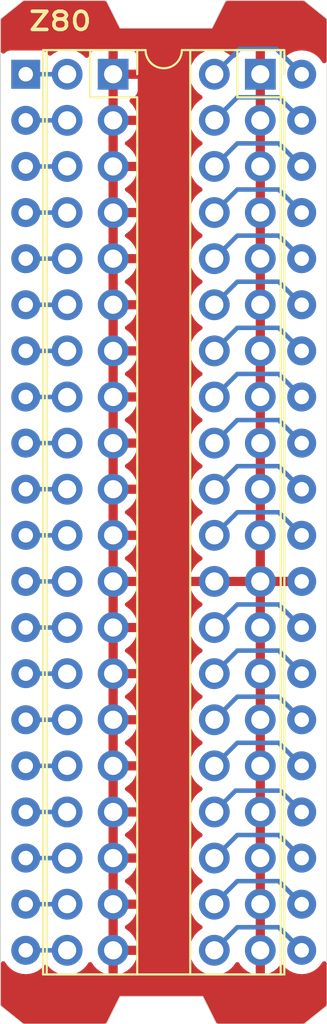
<source format=kicad_pcb>
(kicad_pcb (version 20221018) (generator pcbnew)
  (layers (0 "F.Cu" signal) (31 "B.Cu" signal) (34 "B.Paste" user) (35 "F.Paste" user) (36 "B.SilkS" user "B.Silkscreen") (37 "F.SilkS" user "F.Silkscreen") (38 "B.Mask" user) (39 "F.Mask" user) (44 "Edge.Cuts" user))
  (net 0 "")
  (net 1 "Net-(J1-Pin_2)")
  (net 2 "Net-(J1-Pin_4)")
  (net 3 "Net-(J1-Pin_6)")
  (net 4 "Net-(J1-Pin_8)")
  (net 5 "Net-(J1-Pin_10)")
  (net 6 "Net-(J1-Pin_12)")
  (net 7 "Net-(J1-Pin_14)")
  (net 8 "Net-(J1-Pin_16)")
  (net 9 "Net-(J1-Pin_18)")
  (net 10 "GND")
  (net 11 "Net-(J1-Pin_20)")
  (net 12 "Net-(J1-Pin_22)")
  (net 13 "Net-(J1-Pin_24)")
  (net 14 "Net-(J1-Pin_26)")
  (net 15 "Net-(J1-Pin_28)")
  (net 16 "Net-(J1-Pin_30)")
  (net 17 "Net-(J1-Pin_32)")
  (net 18 "Net-(J1-Pin_34)")
  (net 19 "Net-(J1-Pin_36)")
  (net 20 "Net-(J1-Pin_38)")
  (net 21 "Net-(J1-Pin_40)")
  (net 22 "Net-(J2-Pin_40)")
  (net 23 "Net-(J2-Pin_39)")
  (net 24 "Net-(J2-Pin_38)")
  (net 25 "Net-(J2-Pin_37)")
  (net 26 "Net-(J2-Pin_36)")
  (net 27 "Net-(J2-Pin_35)")
  (net 28 "Net-(J2-Pin_34)")
  (net 29 "Net-(J2-Pin_33)")
  (net 30 "Net-(J2-Pin_32)")
  (net 31 "Net-(J2-Pin_31)")
  (net 32 "Net-(J2-Pin_30)")
  (net 33 "Net-(J2-Pin_28)")
  (net 34 "Net-(J2-Pin_27)")
  (net 35 "Net-(J2-Pin_26)")
  (net 36 "Net-(J2-Pin_25)")
  (net 37 "Net-(J2-Pin_24)")
  (net 38 "Net-(J2-Pin_23)")
  (net 39 "Net-(J2-Pin_22)")
  (net 40 "Net-(J2-Pin_21)")
  (footprint "Connector_PinSocket_2.54mm:PinSocket_2x20_P2.54mm_Vertical" (layer "F.Cu") (at 126.873 57.912)
    (fp_text reference "J1" hide)
    (fp_text value "40PIN1" hide)
    (fp_line (start -3.87 -1.33) (end -3.87 49.59) (stroke (width 0.12)) (layer "F.SilkS"))
    (fp_line (start -3.87 -1.33) (end -1.27 -1.33) (stroke (width 0.12)) (layer "F.SilkS"))
    (fp_line (start -3.87 49.59) (end 1.33 49.59) (stroke (width 0.12)) (layer "F.SilkS"))
    (fp_line (start -1.27 -1.33) (end -1.27 1.27) (stroke (width 0.12)) (layer "F.SilkS"))
    (fp_line (start -1.27 1.27) (end 1.33 1.27) (stroke (width 0.12)) (layer "F.SilkS"))
    (fp_line (start 0 -1.33) (end 1.33 -1.33) (stroke (width 0.12)) (layer "F.SilkS"))
    (fp_line (start 1.33 -1.33) (end 1.33 0) (stroke (width 0.12)) (layer "F.SilkS"))
    (fp_line (start 1.33 1.27) (end 1.33 49.59) (stroke (width 0.12)) (layer "F.SilkS"))
    (pad "1" thru_hole rect (at 0 0) (size 1.7 1.7) (drill 1) (layers "*.Cu" "*.Mask") (net 10 "GND"))
    (pad "2" thru_hole oval (at -2.54 0) (size 1.7 1.7) (drill 1) (layers "*.Cu" "*.Mask") (net 1 "Net-(J1-Pin_2)"))
    (pad "3" thru_hole oval (at 0 2.54) (size 1.7 1.7) (drill 1) (layers "*.Cu" "*.Mask") (net 10 "GND"))
    (pad "4" thru_hole oval (at -2.54 2.54) (size 1.7 1.7) (drill 1) (layers "*.Cu" "*.Mask") (net 2 "Net-(J1-Pin_4)"))
    (pad "5" thru_hole oval (at 0 5.08) (size 1.7 1.7) (drill 1) (layers "*.Cu" "*.Mask") (net 10 "GND"))
    (pad "6" thru_hole oval (at -2.54 5.08) (size 1.7 1.7) (drill 1) (layers "*.Cu" "*.Mask") (net 3 "Net-(J1-Pin_6)"))
    (pad "7" thru_hole oval (at 0 7.62) (size 1.7 1.7) (drill 1) (layers "*.Cu" "*.Mask") (net 10 "GND"))
    (pad "8" thru_hole oval (at -2.54 7.62) (size 1.7 1.7) (drill 1) (layers "*.Cu" "*.Mask") (net 4 "Net-(J1-Pin_8)"))
    (pad "9" thru_hole oval (at 0 10.16) (size 1.7 1.7) (drill 1) (layers "*.Cu" "*.Mask") (net 10 "GND"))
    (pad "10" thru_hole oval (at -2.54 10.16) (size 1.7 1.7) (drill 1) (layers "*.Cu" "*.Mask") (net 5 "Net-(J1-Pin_10)"))
    (pad "11" thru_hole oval (at 0 12.7) (size 1.7 1.7) (drill 1) (layers "*.Cu" "*.Mask") (net 10 "GND"))
    (pad "12" thru_hole oval (at -2.54 12.7) (size 1.7 1.7) (drill 1) (layers "*.Cu" "*.Mask") (net 6 "Net-(J1-Pin_12)"))
    (pad "13" thru_hole oval (at 0 15.24) (size 1.7 1.7) (drill 1) (layers "*.Cu" "*.Mask") (net 10 "GND"))
    (pad "14" thru_hole oval (at -2.54 15.24) (size 1.7 1.7) (drill 1) (layers "*.Cu" "*.Mask") (net 7 "Net-(J1-Pin_14)"))
    (pad "15" thru_hole oval (at 0 17.78) (size 1.7 1.7) (drill 1) (layers "*.Cu" "*.Mask") (net 10 "GND"))
    (pad "16" thru_hole oval (at -2.54 17.78) (size 1.7 1.7) (drill 1) (layers "*.Cu" "*.Mask") (net 8 "Net-(J1-Pin_16)"))
    (pad "17" thru_hole oval (at 0 20.32) (size 1.7 1.7) (drill 1) (layers "*.Cu" "*.Mask") (net 10 "GND"))
    (pad "18" thru_hole oval (at -2.54 20.32) (size 1.7 1.7) (drill 1) (layers "*.Cu" "*.Mask") (net 9 "Net-(J1-Pin_18)"))
    (pad "19" thru_hole oval (at 0 22.86) (size 1.7 1.7) (drill 1) (layers "*.Cu" "*.Mask") (net 10 "GND"))
    (pad "20" thru_hole oval (at -2.54 22.86) (size 1.7 1.7) (drill 1) (layers "*.Cu" "*.Mask") (net 11 "Net-(J1-Pin_20)"))
    (pad "21" thru_hole oval (at 0 25.4) (size 1.7 1.7) (drill 1) (layers "*.Cu" "*.Mask") (net 10 "GND"))
    (pad "22" thru_hole oval (at -2.54 25.4) (size 1.7 1.7) (drill 1) (layers "*.Cu" "*.Mask") (net 12 "Net-(J1-Pin_22)"))
    (pad "23" thru_hole oval (at 0 27.94) (size 1.7 1.7) (drill 1) (layers "*.Cu" "*.Mask") (net 10 "GND"))
    (pad "24" thru_hole oval (at -2.54 27.94) (size 1.7 1.7) (drill 1) (layers "*.Cu" "*.Mask") (net 13 "Net-(J1-Pin_24)"))
    (pad "25" thru_hole oval (at 0 30.48) (size 1.7 1.7) (drill 1) (layers "*.Cu" "*.Mask") (net 10 "GND"))
    (pad "26" thru_hole oval (at -2.54 30.48) (size 1.7 1.7) (drill 1) (layers "*.Cu" "*.Mask") (net 14 "Net-(J1-Pin_26)"))
    (pad "27" thru_hole oval (at 0 33.02) (size 1.7 1.7) (drill 1) (layers "*.Cu" "*.Mask") (net 10 "GND"))
    (pad "28" thru_hole oval (at -2.54 33.02) (size 1.7 1.7) (drill 1) (layers "*.Cu" "*.Mask") (net 15 "Net-(J1-Pin_28)"))
    (pad "29" thru_hole oval (at 0 35.56) (size 1.7 1.7) (drill 1) (layers "*.Cu" "*.Mask") (net 10 "GND"))
    (pad "30" thru_hole oval (at -2.54 35.56) (size 1.7 1.7) (drill 1) (layers "*.Cu" "*.Mask") (net 16 "Net-(J1-Pin_30)"))
    (pad "31" thru_hole oval (at 0 38.1) (size 1.7 1.7) (drill 1) (layers "*.Cu" "*.Mask") (net 10 "GND"))
    (pad "32" thru_hole oval (at -2.54 38.1) (size 1.7 1.7) (drill 1) (layers "*.Cu" "*.Mask") (net 17 "Net-(J1-Pin_32)"))
    (pad "33" thru_hole oval (at 0 40.64) (size 1.7 1.7) (drill 1) (layers "*.Cu" "*.Mask") (net 10 "GND"))
    (pad "34" thru_hole oval (at -2.54 40.64) (size 1.7 1.7) (drill 1) (layers "*.Cu" "*.Mask") (net 18 "Net-(J1-Pin_34)"))
    (pad "35" thru_hole oval (at 0 43.18) (size 1.7 1.7) (drill 1) (layers "*.Cu" "*.Mask") (net 10 "GND"))
    (pad "36" thru_hole oval (at -2.54 43.18) (size 1.7 1.7) (drill 1) (layers "*.Cu" "*.Mask") (net 19 "Net-(J1-Pin_36)"))
    (pad "37" thru_hole oval (at 0 45.72) (size 1.7 1.7) (drill 1) (layers "*.Cu" "*.Mask") (net 10 "GND"))
    (pad "38" thru_hole oval (at -2.54 45.72) (size 1.7 1.7) (drill 1) (layers "*.Cu" "*.Mask") (net 20 "Net-(J1-Pin_38)"))
    (pad "39" thru_hole oval (at 0 48.26) (size 1.7 1.7) (drill 1) (layers "*.Cu" "*.Mask") (net 10 "GND"))
    (pad "40" thru_hole oval (at -2.54 48.26) (size 1.7 1.7) (drill 1) (layers "*.Cu" "*.Mask") (net 21 "Net-(J1-Pin_40)"))
  )
  (footprint "Connector_PinSocket_2.54mm:PinSocket_2x20_P2.54mm_Vertical" (layer "F.Cu") (at 135.001 57.912)
    (fp_text reference "J3" hide)
    (fp_text value "40PIN2" hide)
    (fp_line (start -3.87 -1.33) (end -3.87 49.59) (stroke (width 0.12)) (layer "F.SilkS"))
    (fp_line (start -3.87 -1.33) (end -1.27 -1.33) (stroke (width 0.12)) (layer "F.SilkS"))
    (fp_line (start -3.87 49.59) (end 1.33 49.59) (stroke (width 0.12)) (layer "F.SilkS"))
    (fp_line (start -1.27 -1.33) (end -1.27 1.27) (stroke (width 0.12)) (layer "F.SilkS"))
    (fp_line (start -1.27 1.27) (end 1.33 1.27) (stroke (width 0.12)) (layer "F.SilkS"))
    (fp_line (start 0 -1.33) (end 1.33 -1.33) (stroke (width 0.12)) (layer "F.SilkS"))
    (fp_line (start 1.33 -1.33) (end 1.33 0) (stroke (width 0.12)) (layer "F.SilkS"))
    (fp_line (start 1.33 1.27) (end 1.33 49.59) (stroke (width 0.12)) (layer "F.SilkS"))
    (pad "1" thru_hole rect (at 0 0) (size 1.7 1.7) (drill 1) (layers "*.Cu" "*.Mask") (net 10 "GND"))
    (pad "2" thru_hole oval (at -2.54 0) (size 1.7 1.7) (drill 1) (layers "*.Cu" "*.Mask") (net 22 "Net-(J2-Pin_40)"))
    (pad "3" thru_hole oval (at 0 2.54) (size 1.7 1.7) (drill 1) (layers "*.Cu" "*.Mask") (net 10 "GND"))
    (pad "4" thru_hole oval (at -2.54 2.54) (size 1.7 1.7) (drill 1) (layers "*.Cu" "*.Mask") (net 23 "Net-(J2-Pin_39)"))
    (pad "5" thru_hole oval (at 0 5.08) (size 1.7 1.7) (drill 1) (layers "*.Cu" "*.Mask") (net 10 "GND"))
    (pad "6" thru_hole oval (at -2.54 5.08) (size 1.7 1.7) (drill 1) (layers "*.Cu" "*.Mask") (net 24 "Net-(J2-Pin_38)"))
    (pad "7" thru_hole oval (at 0 7.62) (size 1.7 1.7) (drill 1) (layers "*.Cu" "*.Mask") (net 10 "GND"))
    (pad "8" thru_hole oval (at -2.54 7.62) (size 1.7 1.7) (drill 1) (layers "*.Cu" "*.Mask") (net 25 "Net-(J2-Pin_37)"))
    (pad "9" thru_hole oval (at 0 10.16) (size 1.7 1.7) (drill 1) (layers "*.Cu" "*.Mask") (net 10 "GND"))
    (pad "10" thru_hole oval (at -2.54 10.16) (size 1.7 1.7) (drill 1) (layers "*.Cu" "*.Mask") (net 26 "Net-(J2-Pin_36)"))
    (pad "11" thru_hole oval (at 0 12.7) (size 1.7 1.7) (drill 1) (layers "*.Cu" "*.Mask") (net 10 "GND"))
    (pad "12" thru_hole oval (at -2.54 12.7) (size 1.7 1.7) (drill 1) (layers "*.Cu" "*.Mask") (net 27 "Net-(J2-Pin_35)"))
    (pad "13" thru_hole oval (at 0 15.24) (size 1.7 1.7) (drill 1) (layers "*.Cu" "*.Mask") (net 10 "GND"))
    (pad "14" thru_hole oval (at -2.54 15.24) (size 1.7 1.7) (drill 1) (layers "*.Cu" "*.Mask") (net 28 "Net-(J2-Pin_34)"))
    (pad "15" thru_hole oval (at 0 17.78) (size 1.7 1.7) (drill 1) (layers "*.Cu" "*.Mask") (net 10 "GND"))
    (pad "16" thru_hole oval (at -2.54 17.78) (size 1.7 1.7) (drill 1) (layers "*.Cu" "*.Mask") (net 29 "Net-(J2-Pin_33)"))
    (pad "17" thru_hole oval (at 0 20.32) (size 1.7 1.7) (drill 1) (layers "*.Cu" "*.Mask") (net 10 "GND"))
    (pad "18" thru_hole oval (at -2.54 20.32) (size 1.7 1.7) (drill 1) (layers "*.Cu" "*.Mask") (net 30 "Net-(J2-Pin_32)"))
    (pad "19" thru_hole oval (at 0 22.86) (size 1.7 1.7) (drill 1) (layers "*.Cu" "*.Mask") (net 10 "GND"))
    (pad "20" thru_hole oval (at -2.54 22.86) (size 1.7 1.7) (drill 1) (layers "*.Cu" "*.Mask") (net 31 "Net-(J2-Pin_31)"))
    (pad "21" thru_hole oval (at 0 25.4) (size 1.7 1.7) (drill 1) (layers "*.Cu" "*.Mask") (net 10 "GND"))
    (pad "22" thru_hole oval (at -2.54 25.4) (size 1.7 1.7) (drill 1) (layers "*.Cu" "*.Mask") (net 32 "Net-(J2-Pin_30)"))
    (pad "23" thru_hole oval (at 0 27.94) (size 1.7 1.7) (drill 1) (layers "*.Cu" "*.Mask") (net 10 "GND"))
    (pad "24" thru_hole oval (at -2.54 27.94) (size 1.7 1.7) (drill 1) (layers "*.Cu" "*.Mask") (net 10 "GND"))
    (pad "25" thru_hole oval (at 0 30.48) (size 1.7 1.7) (drill 1) (layers "*.Cu" "*.Mask") (net 10 "GND"))
    (pad "26" thru_hole oval (at -2.54 30.48) (size 1.7 1.7) (drill 1) (layers "*.Cu" "*.Mask") (net 33 "Net-(J2-Pin_28)"))
    (pad "27" thru_hole oval (at 0 33.02) (size 1.7 1.7) (drill 1) (layers "*.Cu" "*.Mask") (net 10 "GND"))
    (pad "28" thru_hole oval (at -2.54 33.02) (size 1.7 1.7) (drill 1) (layers "*.Cu" "*.Mask") (net 34 "Net-(J2-Pin_27)"))
    (pad "29" thru_hole oval (at 0 35.56) (size 1.7 1.7) (drill 1) (layers "*.Cu" "*.Mask") (net 10 "GND"))
    (pad "30" thru_hole oval (at -2.54 35.56) (size 1.7 1.7) (drill 1) (layers "*.Cu" "*.Mask") (net 35 "Net-(J2-Pin_26)"))
    (pad "31" thru_hole oval (at 0 38.1) (size 1.7 1.7) (drill 1) (layers "*.Cu" "*.Mask") (net 10 "GND"))
    (pad "32" thru_hole oval (at -2.54 38.1) (size 1.7 1.7) (drill 1) (layers "*.Cu" "*.Mask") (net 36 "Net-(J2-Pin_25)"))
    (pad "33" thru_hole oval (at 0 40.64) (size 1.7 1.7) (drill 1) (layers "*.Cu" "*.Mask") (net 10 "GND"))
    (pad "34" thru_hole oval (at -2.54 40.64) (size 1.7 1.7) (drill 1) (layers "*.Cu" "*.Mask") (net 37 "Net-(J2-Pin_24)"))
    (pad "35" thru_hole oval (at 0 43.18) (size 1.7 1.7) (drill 1) (layers "*.Cu" "*.Mask") (net 10 "GND"))
    (pad "36" thru_hole oval (at -2.54 43.18) (size 1.7 1.7) (drill 1) (layers "*.Cu" "*.Mask") (net 38 "Net-(J2-Pin_23)"))
    (pad "37" thru_hole oval (at 0 45.72) (size 1.7 1.7) (drill 1) (layers "*.Cu" "*.Mask") (net 10 "GND"))
    (pad "38" thru_hole oval (at -2.54 45.72) (size 1.7 1.7) (drill 1) (layers "*.Cu" "*.Mask") (net 39 "Net-(J2-Pin_22)"))
    (pad "39" thru_hole oval (at 0 48.26) (size 1.7 1.7) (drill 1) (layers "*.Cu" "*.Mask") (net 10 "GND"))
    (pad "40" thru_hole oval (at -2.54 48.26) (size 1.7 1.7) (drill 1) (layers "*.Cu" "*.Mask") (net 40 "Net-(J2-Pin_21)"))
  )
  (footprint "Package_DIP:DIP-40_W15.24mm" (layer "F.Cu") (at 122.047 57.912)
    (fp_text reference "J2" hide)
    (fp_text value "UUT Connector" hide)
    (fp_line (start 1.16 -1.33) (end 1.16 49.59) (stroke (width 0.12)) (layer "F.SilkS"))
    (fp_line (start 1.16 49.59) (end 14.08 49.59) (stroke (width 0.12)) (layer "F.SilkS"))
    (fp_line (start 6.62 -1.33) (end 1.16 -1.33) (stroke (width 0.12)) (layer "F.SilkS"))
    (fp_line (start 14.08 -1.33) (end 8.62 -1.33) (stroke (width 0.12)) (layer "F.SilkS"))
    (fp_line (start 14.08 49.59) (end 14.08 -1.33) (stroke (width 0.12)) (layer "F.SilkS"))
    (fp_arc (start 8.62 -1.33) (mid 7.62 -0.33) (end 6.62 -1.33) (stroke (width 0.12)) (layer "F.SilkS"))
    (pad "1" thru_hole rect (at 0 0) (size 1.6 1.6) (drill 0.8) (layers "*.Cu" "*.Mask") (net 1 "Net-(J1-Pin_2)"))
    (pad "2" thru_hole oval (at 0 2.54) (size 1.6 1.6) (drill 0.8) (layers "*.Cu" "*.Mask") (net 2 "Net-(J1-Pin_4)"))
    (pad "3" thru_hole oval (at 0 5.08) (size 1.6 1.6) (drill 0.8) (layers "*.Cu" "*.Mask") (net 3 "Net-(J1-Pin_6)"))
    (pad "4" thru_hole oval (at 0 7.62) (size 1.6 1.6) (drill 0.8) (layers "*.Cu" "*.Mask") (net 4 "Net-(J1-Pin_8)"))
    (pad "5" thru_hole oval (at 0 10.16) (size 1.6 1.6) (drill 0.8) (layers "*.Cu" "*.Mask") (net 5 "Net-(J1-Pin_10)"))
    (pad "6" thru_hole oval (at 0 12.7) (size 1.6 1.6) (drill 0.8) (layers "*.Cu" "*.Mask") (net 6 "Net-(J1-Pin_12)"))
    (pad "7" thru_hole oval (at 0 15.24) (size 1.6 1.6) (drill 0.8) (layers "*.Cu" "*.Mask") (net 7 "Net-(J1-Pin_14)"))
    (pad "8" thru_hole oval (at 0 17.78) (size 1.6 1.6) (drill 0.8) (layers "*.Cu" "*.Mask") (net 8 "Net-(J1-Pin_16)"))
    (pad "9" thru_hole oval (at 0 20.32) (size 1.6 1.6) (drill 0.8) (layers "*.Cu" "*.Mask") (net 9 "Net-(J1-Pin_18)"))
    (pad "10" thru_hole oval (at 0 22.86) (size 1.6 1.6) (drill 0.8) (layers "*.Cu" "*.Mask") (net 11 "Net-(J1-Pin_20)"))
    (pad "11" thru_hole oval (at 0 25.4) (size 1.6 1.6) (drill 0.8) (layers "*.Cu" "*.Mask") (net 12 "Net-(J1-Pin_22)"))
    (pad "12" thru_hole oval (at 0 27.94) (size 1.6 1.6) (drill 0.8) (layers "*.Cu" "*.Mask") (net 13 "Net-(J1-Pin_24)"))
    (pad "13" thru_hole oval (at 0 30.48) (size 1.6 1.6) (drill 0.8) (layers "*.Cu" "*.Mask") (net 14 "Net-(J1-Pin_26)"))
    (pad "14" thru_hole oval (at 0 33.02) (size 1.6 1.6) (drill 0.8) (layers "*.Cu" "*.Mask") (net 15 "Net-(J1-Pin_28)"))
    (pad "15" thru_hole oval (at 0 35.56) (size 1.6 1.6) (drill 0.8) (layers "*.Cu" "*.Mask") (net 16 "Net-(J1-Pin_30)"))
    (pad "16" thru_hole oval (at 0 38.1) (size 1.6 1.6) (drill 0.8) (layers "*.Cu" "*.Mask") (net 17 "Net-(J1-Pin_32)"))
    (pad "17" thru_hole oval (at 0 40.64) (size 1.6 1.6) (drill 0.8) (layers "*.Cu" "*.Mask") (net 18 "Net-(J1-Pin_34)"))
    (pad "18" thru_hole oval (at 0 43.18) (size 1.6 1.6) (drill 0.8) (layers "*.Cu" "*.Mask") (net 19 "Net-(J1-Pin_36)"))
    (pad "19" thru_hole oval (at 0 45.72) (size 1.6 1.6) (drill 0.8) (layers "*.Cu" "*.Mask") (net 20 "Net-(J1-Pin_38)"))
    (pad "20" thru_hole oval (at 0 48.26) (size 1.6 1.6) (drill 0.8) (layers "*.Cu" "*.Mask") (net 21 "Net-(J1-Pin_40)"))
    (pad "21" thru_hole oval (at 15.24 48.26) (size 1.6 1.6) (drill 0.8) (layers "*.Cu" "*.Mask") (net 40 "Net-(J2-Pin_21)"))
    (pad "22" thru_hole oval (at 15.24 45.72) (size 1.6 1.6) (drill 0.8) (layers "*.Cu" "*.Mask") (net 39 "Net-(J2-Pin_22)"))
    (pad "23" thru_hole oval (at 15.24 43.18) (size 1.6 1.6) (drill 0.8) (layers "*.Cu" "*.Mask") (net 38 "Net-(J2-Pin_23)"))
    (pad "24" thru_hole oval (at 15.24 40.64) (size 1.6 1.6) (drill 0.8) (layers "*.Cu" "*.Mask") (net 37 "Net-(J2-Pin_24)"))
    (pad "25" thru_hole oval (at 15.24 38.1) (size 1.6 1.6) (drill 0.8) (layers "*.Cu" "*.Mask") (net 36 "Net-(J2-Pin_25)"))
    (pad "26" thru_hole oval (at 15.24 35.56) (size 1.6 1.6) (drill 0.8) (layers "*.Cu" "*.Mask") (net 35 "Net-(J2-Pin_26)"))
    (pad "27" thru_hole oval (at 15.24 33.02) (size 1.6 1.6) (drill 0.8) (layers "*.Cu" "*.Mask") (net 34 "Net-(J2-Pin_27)"))
    (pad "28" thru_hole oval (at 15.24 30.48) (size 1.6 1.6) (drill 0.8) (layers "*.Cu" "*.Mask") (net 33 "Net-(J2-Pin_28)"))
    (pad "29" thru_hole oval (at 15.24 27.94) (size 1.6 1.6) (drill 0.8) (layers "*.Cu" "*.Mask") (net 10 "GND"))
    (pad "30" thru_hole oval (at 15.24 25.4) (size 1.6 1.6) (drill 0.8) (layers "*.Cu" "*.Mask") (net 32 "Net-(J2-Pin_30)"))
    (pad "31" thru_hole oval (at 15.24 22.86) (size 1.6 1.6) (drill 0.8) (layers "*.Cu" "*.Mask") (net 31 "Net-(J2-Pin_31)"))
    (pad "32" thru_hole oval (at 15.24 20.32) (size 1.6 1.6) (drill 0.8) (layers "*.Cu" "*.Mask") (net 30 "Net-(J2-Pin_32)"))
    (pad "33" thru_hole oval (at 15.24 17.78) (size 1.6 1.6) (drill 0.8) (layers "*.Cu" "*.Mask") (net 29 "Net-(J2-Pin_33)"))
    (pad "34" thru_hole oval (at 15.24 15.24) (size 1.6 1.6) (drill 0.8) (layers "*.Cu" "*.Mask") (net 28 "Net-(J2-Pin_34)"))
    (pad "35" thru_hole oval (at 15.24 12.7) (size 1.6 1.6) (drill 0.8) (layers "*.Cu" "*.Mask") (net 27 "Net-(J2-Pin_35)"))
    (pad "36" thru_hole oval (at 15.24 10.16) (size 1.6 1.6) (drill 0.8) (layers "*.Cu" "*.Mask") (net 26 "Net-(J2-Pin_36)"))
    (pad "37" thru_hole oval (at 15.24 7.62) (size 1.6 1.6) (drill 0.8) (layers "*.Cu" "*.Mask") (net 25 "Net-(J2-Pin_37)"))
    (pad "38" thru_hole oval (at 15.24 5.08) (size 1.6 1.6) (drill 0.8) (layers "*.Cu" "*.Mask") (net 24 "Net-(J2-Pin_38)"))
    (pad "39" thru_hole oval (at 15.24 2.54) (size 1.6 1.6) (drill 0.8) (layers "*.Cu" "*.Mask") (net 23 "Net-(J2-Pin_39)"))
    (pad "40" thru_hole oval (at 15.24 0) (size 1.6 1.6) (drill 0.8) (layers "*.Cu" "*.Mask") (net 22 "Net-(J2-Pin_40)"))
  )
  (gr_line (start 126.492 53.848) (end 127.254 55.372) (stroke (width 0.05)) (layer "Edge.Cuts"))
  (gr_line (start 120.65 54.864) (end 121.92 53.848) (stroke (width 0.05)) (layer "Edge.Cuts"))
  (gr_line (start 137.414 53.848) (end 138.684 54.864) (stroke (width 0.05)) (layer "Edge.Cuts"))
  (gr_line (start 132.334 55.372) (end 133.096 53.848) (stroke (width 0.05)) (layer "Edge.Cuts"))
  (gr_line (start 137.414 110.236) (end 132.588 110.236) (stroke (width 0.05)) (layer "Edge.Cuts"))
  (gr_line (start 127.254 108.712) (end 126.492 110.236) (stroke (width 0.05)) (layer "Edge.Cuts"))
  (gr_line (start 121.92 110.236) (end 120.65 109.22) (stroke (width 0.05)) (layer "Edge.Cuts"))
  (gr_line (start 138.684 109.22) (end 137.414 110.236) (stroke (width 0.05)) (layer "Edge.Cuts"))
  (gr_line (start 131.826 108.712) (end 127.254 108.712) (stroke (width 0.05)) (layer "Edge.Cuts"))
  (gr_line (start 132.588 110.236) (end 131.826 108.712) (stroke (width 0.05)) (layer "Edge.Cuts"))
  (gr_line (start 126.492 110.236) (end 121.92 110.236) (stroke (width 0.05)) (layer "Edge.Cuts"))
  (gr_line (start 138.684 109.22) (end 138.684 54.864) (stroke (width 0.05)) (layer "Edge.Cuts"))
  (gr_line (start 120.65 54.864) (end 120.65 109.22) (stroke (width 0.05)) (layer "Edge.Cuts"))
  (gr_line (start 127.254 55.372) (end 132.334 55.372) (stroke (width 0.05)) (layer "Edge.Cuts"))
  (gr_line (start 133.096 53.848) (end 137.414 53.848) (stroke (width 0.05)) (layer "Edge.Cuts"))
  (gr_line (start 121.92 53.848) (end 126.492 53.848) (stroke (width 0.05)) (layer "Edge.Cuts"))
  (gr_text "Z80" (at 123.952 54.991) (layer "F.SilkS") (effects (font (size 1 1.2) (thickness 0.2))))
  (segment (start 122.047 57.912) (end 124.333 57.912) (width 0.25) (layer "B.Cu") (net 1))
  (segment (start 122.047 60.452) (end 124.333 60.452) (width 0.25) (layer "B.Cu") (net 2))
  (segment (start 122.047 62.992) (end 124.333 62.992) (width 0.25) (layer "B.Cu") (net 3))
  (segment (start 122.047 65.532) (end 124.333 65.532) (width 0.25) (layer "B.Cu") (net 4))
  (segment (start 122.047 68.072) (end 124.333 68.072) (width 0.25) (layer "B.Cu") (net 5))
  (segment (start 122.047 70.612) (end 124.333 70.612) (width 0.25) (layer "B.Cu") (net 6))
  (segment (start 122.047 73.152) (end 124.333 73.152) (width 0.25) (layer "B.Cu") (net 7))
  (segment (start 122.047 75.692) (end 124.333 75.692) (width 0.25) (layer "B.Cu") (net 8))
  (segment (start 122.047 78.232) (end 124.333 78.232) (width 0.25) (layer "B.Cu") (net 9))
  (segment (start 122.047 80.772) (end 124.333 80.772) (width 0.25) (layer "B.Cu") (net 11))
  (segment (start 122.047 83.312) (end 124.333 83.312) (width 0.25) (layer "B.Cu") (net 12))
  (segment (start 122.047 85.852) (end 124.333 85.852) (width 0.25) (layer "B.Cu") (net 13))
  (segment (start 122.047 88.392) (end 124.333 88.392) (width 0.25) (layer "B.Cu") (net 14))
  (segment (start 122.047 90.932) (end 124.333 90.932) (width 0.25) (layer "B.Cu") (net 15))
  (segment (start 122.047 93.472) (end 124.333 93.472) (width 0.25) (layer "B.Cu") (net 16))
  (segment (start 122.047 96.012) (end 124.333 96.012) (width 0.25) (layer "B.Cu") (net 17))
  (segment (start 122.047 98.552) (end 124.333 98.552) (width 0.25) (layer "B.Cu") (net 18))
  (segment (start 122.047 101.092) (end 124.333 101.092) (width 0.25) (layer "B.Cu") (net 19))
  (segment (start 122.047 103.632) (end 124.333 103.632) (width 0.25) (layer "B.Cu") (net 20))
  (segment (start 124.333 106.172) (end 122.047 106.172) (width 0.25) (layer "B.Cu") (net 21))
  (segment (start 133.858 56.515) (end 135.89 56.515) (width 0.25) (layer "B.Cu") (net 22))
  (segment (start 135.89 56.515) (end 137.287 57.912) (width 0.25) (layer "B.Cu") (net 22))
  (segment (start 132.461 57.912) (end 133.858 56.515) (width 0.25) (layer "B.Cu") (net 22))
  (segment (start 133.731 59.182) (end 136.017 59.182) (width 0.25) (layer "B.Cu") (net 23))
  (segment (start 132.461 60.452) (end 133.731 59.182) (width 0.25) (layer "B.Cu") (net 23))
  (segment (start 136.017 59.182) (end 137.287 60.452) (width 0.25) (layer "B.Cu") (net 23))
  (segment (start 132.461 62.992) (end 133.731 61.722) (width 0.25) (layer "B.Cu") (net 24))
  (segment (start 136.017 61.722) (end 137.287 62.992) (width 0.25) (layer "B.Cu") (net 24))
  (segment (start 133.731 61.722) (end 136.017 61.722) (width 0.25) (layer "B.Cu") (net 24))
  (segment (start 132.461 65.532) (end 133.731 64.262) (width 0.25) (layer "B.Cu") (net 25))
  (segment (start 133.731 64.262) (end 136.017 64.262) (width 0.25) (layer "B.Cu") (net 25))
  (segment (start 136.017 64.262) (end 137.287 65.532) (width 0.25) (layer "B.Cu") (net 25))
  (segment (start 133.731 66.802) (end 136.017 66.802) (width 0.25) (layer "B.Cu") (net 26))
  (segment (start 132.461 68.072) (end 133.731 66.802) (width 0.25) (layer "B.Cu") (net 26))
  (segment (start 136.017 66.802) (end 137.287 68.072) (width 0.25) (layer "B.Cu") (net 26))
  (segment (start 136.017 69.342) (end 137.287 70.612) (width 0.25) (layer "B.Cu") (net 27))
  (segment (start 133.731 69.342) (end 136.017 69.342) (width 0.25) (layer "B.Cu") (net 27))
  (segment (start 132.461 70.612) (end 133.731 69.342) (width 0.25) (layer "B.Cu") (net 27))
  (segment (start 133.731 71.882) (end 136.017 71.882) (width 0.25) (layer "B.Cu") (net 28))
  (segment (start 132.461 73.152) (end 133.731 71.882) (width 0.25) (layer "B.Cu") (net 28))
  (segment (start 136.017 71.882) (end 137.287 73.152) (width 0.25) (layer "B.Cu") (net 28))
  (segment (start 133.731 74.422) (end 136.017 74.422) (width 0.25) (layer "B.Cu") (net 29))
  (segment (start 136.017 74.422) (end 137.287 75.692) (width 0.25) (layer "B.Cu") (net 29))
  (segment (start 132.461 75.692) (end 133.731 74.422) (width 0.25) (layer "B.Cu") (net 29))
  (segment (start 136.017 76.962) (end 137.287 78.232) (width 0.25) (layer "B.Cu") (net 30))
  (segment (start 133.731 76.962) (end 136.017 76.962) (width 0.25) (layer "B.Cu") (net 30))
  (segment (start 132.461 78.232) (end 133.731 76.962) (width 0.25) (layer "B.Cu") (net 30))
  (segment (start 132.461 80.772) (end 133.731 79.502) (width 0.25) (layer "B.Cu") (net 31))
  (segment (start 136.017 79.502) (end 137.287 80.772) (width 0.25) (layer "B.Cu") (net 31))
  (segment (start 133.731 79.502) (end 136.017 79.502) (width 0.25) (layer "B.Cu") (net 31))
  (segment (start 136.017 82.042) (end 137.287 83.312) (width 0.25) (layer "B.Cu") (net 32))
  (segment (start 133.731 82.042) (end 136.017 82.042) (width 0.25) (layer "B.Cu") (net 32))
  (segment (start 132.461 83.312) (end 133.731 82.042) (width 0.25) (layer "B.Cu") (net 32))
  (segment (start 132.461 88.392) (end 133.731 87.122) (width 0.25) (layer "B.Cu") (net 33))
  (segment (start 136.017 87.122) (end 137.287 88.392) (width 0.25) (layer "B.Cu") (net 33))
  (segment (start 133.731 87.122) (end 136.017 87.122) (width 0.25) (layer "B.Cu") (net 33))
  (segment (start 136.017 89.662) (end 137.287 90.932) (width 0.25) (layer "B.Cu") (net 34))
  (segment (start 133.731 89.662) (end 136.017 89.662) (width 0.25) (layer "B.Cu") (net 34))
  (segment (start 132.461 90.932) (end 133.731 89.662) (width 0.25) (layer "B.Cu") (net 34))
  (segment (start 132.461 93.472) (end 133.731 92.202) (width 0.25) (layer "B.Cu") (net 35))
  (segment (start 133.731 92.202) (end 136.017 92.202) (width 0.25) (layer "B.Cu") (net 35))
  (segment (start 136.017 92.202) (end 137.287 93.472) (width 0.25) (layer "B.Cu") (net 35))
  (segment (start 136.017 94.742) (end 137.287 96.012) (width 0.25) (layer "B.Cu") (net 36))
  (segment (start 132.461 96.012) (end 133.731 94.742) (width 0.25) (layer "B.Cu") (net 36))
  (segment (start 133.731 94.742) (end 136.017 94.742) (width 0.25) (layer "B.Cu") (net 36))
  (segment (start 133.636001 97.376999) (end 136.111999 97.376999) (width 0.25) (layer "B.Cu") (net 37))
  (segment (start 136.111999 97.376999) (end 137.287 98.552) (width 0.25) (layer "B.Cu") (net 37))
  (segment (start 132.461 98.552) (end 133.636001 97.376999) (width 0.25) (layer "B.Cu") (net 37))
  (segment (start 132.461 101.092) (end 133.731 99.822) (width 0.25) (layer "B.Cu") (net 38))
  (segment (start 133.731 99.822) (end 136.017 99.822) (width 0.25) (layer "B.Cu") (net 38))
  (segment (start 136.017 99.822) (end 137.287 101.092) (width 0.25) (layer "B.Cu") (net 38))
  (segment (start 132.461 103.632) (end 133.731 102.362) (width 0.25) (layer "B.Cu") (net 39))
  (segment (start 133.731 102.362) (end 136.017 102.362) (width 0.25) (layer "B.Cu") (net 39))
  (segment (start 136.017 102.362) (end 137.287 103.632) (width 0.25) (layer "B.Cu") (net 39))
  (segment (start 132.461 106.172) (end 133.731 104.902) (width 0.25) (layer "B.Cu") (net 40))
  (segment (start 136.017 104.902) (end 137.287 106.172) (width 0.25) (layer "B.Cu") (net 40))
  (segment (start 133.731 104.902) (end 136.017 104.902) (width 0.25) (layer "B.Cu") (net 40))
  (zone (net 10) (net_name "GND") (layer "F.Cu") (connect_pads (clearance 0.508)) (min_thickness 0.254) (fill yes (thermal_gap 0.508) (thermal_bridge_width 0.508))
    (polygon (pts (xy 138.684 110.236) (xy 120.65 110.236) (xy 120.65 53.848) (xy 138.684 53.848)))
  )
)
</source>
